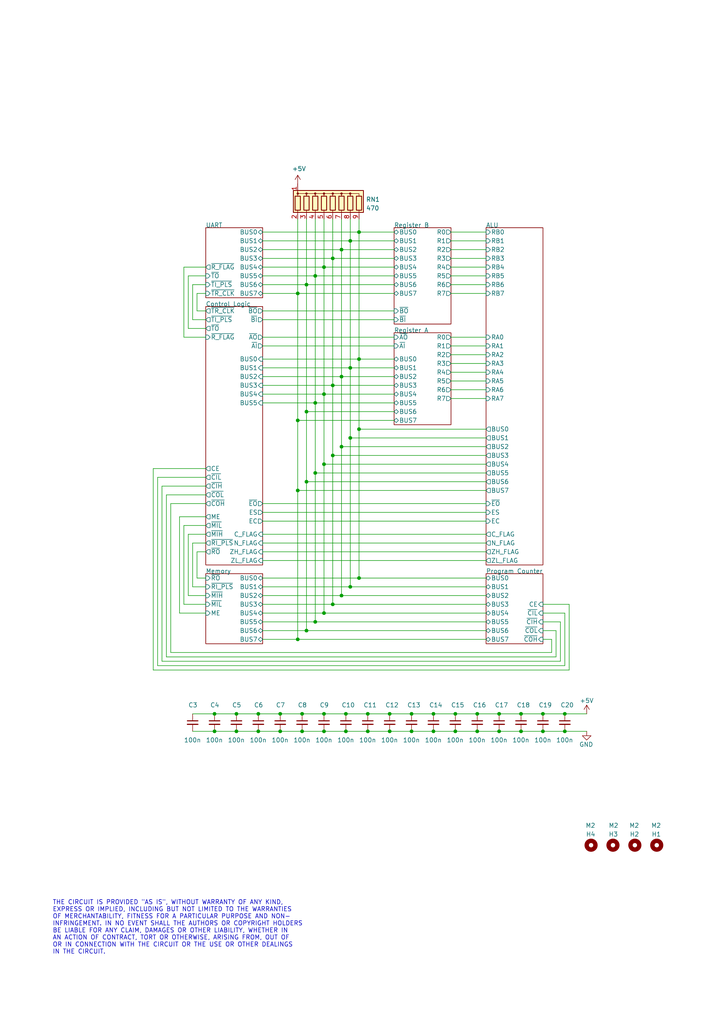
<source format=kicad_sch>
(kicad_sch (version 20250114) (generator "eeschema") (generator_version "9.0")
  (paper "A4" portrait)
  (title_block (title "Minimal UART Computer 3") (date "2025-12-30") (rev "3.3") (comment 2 "creativecommons.org/licenses/by-nc-sa/4.0/") (comment 3 "This work is licensed under CC BY-NC-SA 4.0") (comment 4 "Author: Carsten Herting (slu4)"))
  (lib_symbols
    (symbol "Device:C_Small" (pin_numbers (hide yes)) (pin_names (offset 0.254) (hide yes))
      (property "Reference" "C" (at 0.254 1.778 0))
      (property "Value" "C_Small" (at 0.254 -2.032 0))
      (symbol "C_Small_0_1"
        (polyline (pts (xy -1.524 0.508) (xy 1.524 0.508)) (stroke (width 0.3048)))
        (polyline (pts (xy -1.524 -0.508) (xy 1.524 -0.508)) (stroke (width 0.3302)))
      )
      (symbol "C_Small_1_1"
        (pin passive line (at 0 2.54 270) (length 2.032) (name "~") (number "1"))
        (pin passive line (at 0 -2.54 90) (length 2.032) (name "~") (number "2"))
      )
    )
    (symbol "Device:R_Network08" (pin_names (offset 0) (hide yes))
      (property "Reference" "RN" (at -12.7 0 90))
      (property "Value" "R_Network08" (at 10.16 0 90))
      (symbol "R_Network08_0_1"
        (rectangle (start -11.43 -3.175) (end 8.89 3.175) (stroke (width 0.254)) (fill (type background)))
        (rectangle (start -10.922 1.524) (end -9.398 -2.54) (stroke (width 0.254)))
        (circle (center -10.16 2.286) (radius 0.254) (fill (type outline)))
        (polyline (pts (xy -10.16 1.524) (xy -10.16 2.286) (xy -7.62 2.286) (xy -7.62 1.524)))
        (polyline (pts (xy -10.16 -2.54) (xy -10.16 -3.81)))
        (rectangle (start -8.382 1.524) (end -6.858 -2.54) (stroke (width 0.254)))
        (circle (center -7.62 2.286) (radius 0.254) (fill (type outline)))
        (polyline (pts (xy -7.62 1.524) (xy -7.62 2.286) (xy -5.08 2.286) (xy -5.08 1.524)))
        (polyline (pts (xy -7.62 -2.54) (xy -7.62 -3.81)))
        (rectangle (start -5.842 1.524) (end -4.318 -2.54) (stroke (width 0.254)))
        (circle (center -5.08 2.286) (radius 0.254) (fill (type outline)))
        (polyline (pts (xy -5.08 1.524) (xy -5.08 2.286) (xy -2.54 2.286) (xy -2.54 1.524)))
        (polyline (pts (xy -5.08 -2.54) (xy -5.08 -3.81)))
        (rectangle (start -3.302 1.524) (end -1.778 -2.54) (stroke (width 0.254)))
        (circle (center -2.54 2.286) (radius 0.254) (fill (type outline)))
        (polyline (pts (xy -2.54 1.524) (xy -2.54 2.286) (xy 0 2.286) (xy 0 1.524)))
        (polyline (pts (xy -2.54 -2.54) (xy -2.54 -3.81)))
        (rectangle (start -0.762 1.524) (end 0.762 -2.54) (stroke (width 0.254)))
        (circle (center 0 2.286) (radius 0.254) (fill (type outline)))
        (polyline (pts (xy 0 1.524) (xy 0 2.286) (xy 2.54 2.286) (xy 2.54 1.524)))
        (polyline (pts (xy 0 -2.54) (xy 0 -3.81)))
        (rectangle (start 1.778 1.524) (end 3.302 -2.54) (stroke (width 0.254)))
        (circle (center 2.54 2.286) (radius 0.254) (fill (type outline)))
        (polyline (pts (xy 2.54 1.524) (xy 2.54 2.286) (xy 5.08 2.286) (xy 5.08 1.524)))
        (polyline (pts (xy 2.54 -2.54) (xy 2.54 -3.81)))
        (rectangle (start 4.318 1.524) (end 5.842 -2.54) (stroke (width 0.254)))
        (circle (center 5.08 2.286) (radius 0.254) (fill (type outline)))
        (polyline (pts (xy 5.08 1.524) (xy 5.08 2.286) (xy 7.62 2.286) (xy 7.62 1.524)))
        (polyline (pts (xy 5.08 -2.54) (xy 5.08 -3.81)))
        (rectangle (start 6.858 1.524) (end 8.382 -2.54) (stroke (width 0.254)))
        (polyline (pts (xy 7.62 -2.54) (xy 7.62 -3.81)))
      )
      (symbol "R_Network08_1_1"
        (pin passive line (at -10.16 5.08 270) (length 2.54) (name "common") (number "1"))
        (pin passive line (at -10.16 -5.08 90) (length 1.27) (name "R1") (number "2"))
        (pin passive line (at -7.62 -5.08 90) (length 1.27) (name "R2") (number "3"))
        (pin passive line (at -5.08 -5.08 90) (length 1.27) (name "R3") (number "4"))
        (pin passive line (at -2.54 -5.08 90) (length 1.27) (name "R4") (number "5"))
        (pin passive line (at 0 -5.08 90) (length 1.27) (name "R5") (number "6"))
        (pin passive line (at 2.54 -5.08 90) (length 1.27) (name "R6") (number "7"))
        (pin passive line (at 5.08 -5.08 90) (length 1.27) (name "R7") (number "8"))
        (pin passive line (at 7.62 -5.08 90) (length 1.27) (name "R8") (number "9"))
      )
    )
    (symbol "Mechanical:MountingHole" (pin_names (offset 1.016)) (in_bom no)
      (property "Reference" "H" (at 0 5.08 0))
      (property "Value" "MountingHole" (at 0 3.175 0))
      (symbol "MountingHole_0_1"
        (circle (center 0 0) (radius 1.27) (stroke (width 1.27)))
      )
    )
    (symbol "power:+5V" (power) (pin_numbers (hide yes)) (pin_names (offset 0) (hide yes))
      (property "Value" "+5V" (at 0 3.556 0))
      (symbol "+5V_0_1"
        (polyline (pts (xy -0.762 1.27) (xy 0 2.54)))
        (polyline (pts (xy 0 2.54) (xy 0.762 1.27)))
        (polyline (pts (xy 0 0) (xy 0 2.54)))
      )
      (symbol "+5V_1_1"
        (pin power_in line (at 0 0 90) (length 0) (name "~") (number "1"))
      )
    )
    (symbol "power:GND" (power) (pin_numbers (hide yes)) (pin_names (offset 0) (hide yes))
      (property "Value" "GND" (at 0 -3.81 0))
      (symbol "GND_0_1"
        (polyline (pts (xy 0 0) (xy 0 -1.27) (xy 1.27 -1.27) (xy 0 -2.54) (xy -1.27 -1.27) (xy 0 -1.27)))
      )
      (symbol "GND_1_1"
        (pin power_in line (at 0 0 270) (length 0) (name "~") (number "1"))
      )
    )
  )
  (text "THE CIRCUIT IS PROVIDED \"AS IS\", WITHOUT WARRANTY OF ANY KIND,\nEXPRESS OR IMPLIED, INCLUDING BUT NOT LIMITED TO THE WARRANTIES\nOF MERCHANTABILITY, FITNESS FOR A PARTICULAR PURPOSE AND NON-\nINFRINGEMENT. IN NO EVENT SHALL THE AUTHORS OR COPYRIGHT HOLDERS\nBE LIABLE FOR ANY CLAIM, DAMAGES OR OTHER LIABILITY, WHETHER IN\nAN ACTION OF CONTRACT, TORT OR OTHERWISE, ARISING FROM, OUT OF\nOR IN CONNECTION WITH THE CIRCUIT OR THE USE OR OTHER DEALINGS\nIN THE CIRCUIT." (at 15.24 276.86 0) (effects (font (size 1.27 1.27)) (justify left bottom)))
  (junction (at 99.06 172.72))
  (junction (at 104.14 67.31))
  (junction (at 93.98 114.3))
  (junction (at 74.93 212.09))
  (junction (at 101.6 127))
  (junction (at 62.23 207.01))
  (junction (at 138.43 212.09))
  (junction (at 106.68 212.09))
  (junction (at 96.52 175.26))
  (junction (at 68.58 207.01))
  (junction (at 99.06 72.39))
  (junction (at 113.03 207.01))
  (junction (at 99.06 109.22))
  (junction (at 86.36 85.09))
  (junction (at 96.52 74.93))
  (junction (at 91.44 80.01))
  (junction (at 88.9 182.88))
  (junction (at 81.28 207.01))
  (junction (at 68.58 212.09))
  (junction (at 93.98 77.47))
  (junction (at 125.73 212.09))
  (junction (at 101.6 69.85))
  (junction (at 86.36 142.24))
  (junction (at 100.33 207.01))
  (junction (at 106.68 207.01))
  (junction (at 104.14 167.64))
  (junction (at 104.14 124.46))
  (junction (at 93.98 134.62))
  (junction (at 88.9 82.55))
  (junction (at 113.03 212.09))
  (junction (at 119.38 207.01))
  (junction (at 157.48 212.09))
  (junction (at 93.98 212.09))
  (junction (at 74.93 207.01))
  (junction (at 91.44 116.84))
  (junction (at 88.9 139.7))
  (junction (at 104.14 104.14))
  (junction (at 101.6 170.18))
  (junction (at 87.63 207.01))
  (junction (at 144.78 207.01))
  (junction (at 163.83 212.09))
  (junction (at 91.44 137.16))
  (junction (at 125.73 207.01))
  (junction (at 88.9 119.38))
  (junction (at 99.06 129.54))
  (junction (at 100.33 212.09))
  (junction (at 62.23 212.09))
  (junction (at 144.78 212.09))
  (junction (at 96.52 132.08))
  (junction (at 157.48 207.01))
  (junction (at 132.08 207.01))
  (junction (at 138.43 207.01))
  (junction (at 93.98 177.8))
  (junction (at 87.63 212.09))
  (junction (at 93.98 207.01))
  (junction (at 151.13 207.01))
  (junction (at 96.52 111.76))
  (junction (at 163.83 207.01))
  (junction (at 91.44 180.34))
  (junction (at 101.6 106.68))
  (junction (at 86.36 121.92))
  (junction (at 119.38 212.09))
  (junction (at 132.08 212.09))
  (junction (at 151.13 212.09))
  (junction (at 86.36 185.42))
  (junction (at 81.28 212.09))
  (wire (pts (xy 104.14 124.46) (xy 104.14 167.64)))
  (wire (pts (xy 86.36 121.92) (xy 86.36 142.24)))
  (wire (pts (xy 86.36 85.09) (xy 86.36 121.92)))
  (wire (pts (xy 76.2 170.18) (xy 101.6 170.18)))
  (wire (pts (xy 59.69 92.71) (xy 55.88 92.71)))
  (wire (pts (xy 140.97 85.09) (xy 130.81 85.09)))
  (wire (pts (xy 81.28 212.09) (xy 87.63 212.09)))
  (wire (pts (xy 101.6 63.5) (xy 101.6 69.85)))
  (wire (pts (xy 144.78 212.09) (xy 151.13 212.09)))
  (wire (pts (xy 59.69 90.17) (xy 57.15 90.17)))
  (wire (pts (xy 68.58 207.01) (xy 74.93 207.01)))
  (wire (pts (xy 44.45 194.31) (xy 165.1 194.31)))
  (wire (pts (xy 44.45 135.89) (xy 44.45 194.31)))
  (wire (pts (xy 96.52 175.26) (xy 140.97 175.26)))
  (wire (pts (xy 113.03 212.09) (xy 119.38 212.09)))
  (wire (pts (xy 54.61 80.01) (xy 54.61 95.25)))
  (wire (pts (xy 160.02 185.42) (xy 160.02 189.23)))
  (wire (pts (xy 130.81 110.49) (xy 140.97 110.49)))
  (wire (pts (xy 76.2 172.72) (xy 99.06 172.72)))
  (wire (pts (xy 62.23 212.09) (xy 68.58 212.09)))
  (wire (pts (xy 91.44 116.84) (xy 76.2 116.84)))
  (wire (pts (xy 132.08 212.09) (xy 138.43 212.09)))
  (wire (pts (xy 52.07 177.8) (xy 59.69 177.8)))
  (wire (pts (xy 62.23 207.01) (xy 68.58 207.01)))
  (wire (pts (xy 104.14 67.31) (xy 104.14 104.14)))
  (wire (pts (xy 99.06 109.22) (xy 114.3 109.22)))
  (wire (pts (xy 165.1 175.26) (xy 165.1 194.31)))
  (wire (pts (xy 163.83 212.09) (xy 170.18 212.09)))
  (wire (pts (xy 68.58 212.09) (xy 74.93 212.09)))
  (wire (pts (xy 76.2 90.17) (xy 114.3 90.17)))
  (wire (pts (xy 76.2 92.71) (xy 114.3 92.71)))
  (wire (pts (xy 104.14 124.46) (xy 140.97 124.46)))
  (wire (pts (xy 119.38 207.01) (xy 125.73 207.01)))
  (wire (pts (xy 101.6 127) (xy 101.6 170.18)))
  (wire (pts (xy 59.69 149.86) (xy 52.07 149.86)))
  (wire (pts (xy 86.36 142.24) (xy 86.36 185.42)))
  (wire (pts (xy 130.81 97.79) (xy 140.97 97.79)))
  (wire (pts (xy 96.52 111.76) (xy 96.52 132.08)))
  (wire (pts (xy 93.98 134.62) (xy 93.98 177.8)))
  (wire (pts (xy 53.34 97.79) (xy 59.69 97.79)))
  (wire (pts (xy 45.72 138.43) (xy 45.72 193.04)))
  (wire (pts (xy 99.06 63.5) (xy 99.06 72.39)))
  (wire (pts (xy 76.2 72.39) (xy 99.06 72.39)))
  (wire (pts (xy 130.81 105.41) (xy 140.97 105.41)))
  (wire (pts (xy 86.36 121.92) (xy 114.3 121.92)))
  (wire (pts (xy 59.69 160.02) (xy 57.15 160.02)))
  (wire (pts (xy 55.88 170.18) (xy 59.69 170.18)))
  (wire (pts (xy 74.93 207.01) (xy 81.28 207.01)))
  (wire (pts (xy 53.34 175.26) (xy 59.69 175.26)))
  (wire (pts (xy 151.13 207.01) (xy 157.48 207.01)))
  (wire (pts (xy 88.9 139.7) (xy 88.9 182.88)))
  (wire (pts (xy 54.61 172.72) (xy 54.61 154.94)))
  (wire (pts (xy 99.06 129.54) (xy 99.06 172.72)))
  (wire (pts (xy 53.34 77.47) (xy 59.69 77.47)))
  (wire (pts (xy 86.36 185.42) (xy 140.97 185.42)))
  (wire (pts (xy 163.83 207.01) (xy 170.18 207.01)))
  (wire (pts (xy 59.69 152.4) (xy 53.34 152.4)))
  (wire (pts (xy 74.93 212.09) (xy 81.28 212.09)))
  (wire (pts (xy 86.36 63.5) (xy 86.36 85.09)))
  (wire (pts (xy 157.48 207.01) (xy 163.83 207.01)))
  (wire (pts (xy 140.97 139.7) (xy 88.9 139.7)))
  (wire (pts (xy 76.2 180.34) (xy 91.44 180.34)))
  (wire (pts (xy 76.2 167.64) (xy 104.14 167.64)))
  (wire (pts (xy 93.98 77.47) (xy 93.98 114.3)))
  (wire (pts (xy 76.2 97.79) (xy 114.3 97.79)))
  (wire (pts (xy 76.2 104.14) (xy 104.14 104.14)))
  (wire (pts (xy 93.98 114.3) (xy 114.3 114.3)))
  (wire (pts (xy 53.34 152.4) (xy 53.34 175.26)))
  (wire (pts (xy 106.68 207.01) (xy 113.03 207.01)))
  (wire (pts (xy 140.97 100.33) (xy 130.81 100.33)))
  (wire (pts (xy 138.43 207.01) (xy 144.78 207.01)))
  (wire (pts (xy 96.52 111.76) (xy 76.2 111.76)))
  (wire (pts (xy 130.81 77.47) (xy 140.97 77.47)))
  (wire (pts (xy 161.29 182.88) (xy 161.29 190.5)))
  (wire (pts (xy 93.98 212.09) (xy 100.33 212.09)))
  (wire (pts (xy 96.52 132.08) (xy 140.97 132.08)))
  (wire (pts (xy 76.2 151.13) (xy 140.97 151.13)))
  (wire (pts (xy 76.2 77.47) (xy 93.98 77.47)))
  (wire (pts (xy 132.08 207.01) (xy 138.43 207.01)))
  (wire (pts (xy 76.2 160.02) (xy 140.97 160.02)))
  (wire (pts (xy 101.6 106.68) (xy 101.6 127)))
  (wire (pts (xy 91.44 80.01) (xy 91.44 116.84)))
  (wire (pts (xy 93.98 207.01) (xy 100.33 207.01)))
  (wire (pts (xy 140.97 74.93) (xy 130.81 74.93)))
  (wire (pts (xy 52.07 149.86) (xy 52.07 177.8)))
  (wire (pts (xy 104.14 63.5) (xy 104.14 67.31)))
  (wire (pts (xy 93.98 134.62) (xy 140.97 134.62)))
  (wire (pts (xy 101.6 69.85) (xy 101.6 106.68)))
  (wire (pts (xy 55.88 157.48) (xy 55.88 170.18)))
  (wire (pts (xy 91.44 180.34) (xy 140.97 180.34)))
  (wire (pts (xy 59.69 146.05) (xy 49.53 146.05)))
  (wire (pts (xy 48.26 190.5) (xy 161.29 190.5)))
  (wire (pts (xy 57.15 167.64) (xy 57.15 160.02)))
  (wire (pts (xy 88.9 82.55) (xy 88.9 119.38)))
  (wire (pts (xy 106.68 212.09) (xy 113.03 212.09)))
  (wire (pts (xy 96.52 63.5) (xy 96.52 74.93)))
  (wire (pts (xy 76.2 82.55) (xy 88.9 82.55)))
  (wire (pts (xy 76.2 148.59) (xy 140.97 148.59)))
  (wire (pts (xy 138.43 212.09) (xy 144.78 212.09)))
  (wire (pts (xy 151.13 212.09) (xy 157.48 212.09)))
  (wire (pts (xy 76.2 100.33) (xy 114.3 100.33)))
  (wire (pts (xy 87.63 212.09) (xy 93.98 212.09)))
  (wire (pts (xy 100.33 212.09) (xy 106.68 212.09)))
  (wire (pts (xy 114.3 69.85) (xy 101.6 69.85)))
  (wire (pts (xy 53.34 77.47) (xy 53.34 97.79)))
  (wire (pts (xy 57.15 90.17) (xy 57.15 85.09)))
  (wire (pts (xy 76.2 114.3) (xy 93.98 114.3)))
  (wire (pts (xy 54.61 95.25) (xy 59.69 95.25)))
  (wire (pts (xy 91.44 137.16) (xy 140.97 137.16)))
  (wire (pts (xy 55.88 212.09) (xy 62.23 212.09)))
  (wire (pts (xy 99.06 129.54) (xy 140.97 129.54)))
  (wire (pts (xy 101.6 170.18) (xy 140.97 170.18)))
  (wire (pts (xy 59.69 135.89) (xy 44.45 135.89)))
  (wire (pts (xy 119.38 212.09) (xy 125.73 212.09)))
  (wire (pts (xy 81.28 207.01) (xy 87.63 207.01)))
  (wire (pts (xy 163.83 177.8) (xy 163.83 193.04)))
  (wire (pts (xy 140.97 142.24) (xy 86.36 142.24)))
  (wire (pts (xy 59.69 154.94) (xy 54.61 154.94)))
  (wire (pts (xy 57.15 167.64) (xy 59.69 167.64)))
  (wire (pts (xy 157.48 180.34) (xy 162.56 180.34)))
  (wire (pts (xy 96.52 74.93) (xy 96.52 111.76)))
  (wire (pts (xy 130.81 72.39) (xy 140.97 72.39)))
  (wire (pts (xy 162.56 180.34) (xy 162.56 191.77)))
  (wire (pts (xy 99.06 109.22) (xy 99.06 129.54)))
  (wire (pts (xy 93.98 63.5) (xy 93.98 77.47)))
  (wire (pts (xy 130.81 115.57) (xy 140.97 115.57)))
  (wire (pts (xy 93.98 114.3) (xy 93.98 134.62)))
  (wire (pts (xy 91.44 116.84) (xy 91.44 137.16)))
  (wire (pts (xy 99.06 72.39) (xy 99.06 109.22)))
  (wire (pts (xy 88.9 119.38) (xy 88.9 139.7)))
  (wire (pts (xy 76.2 177.8) (xy 93.98 177.8)))
  (wire (pts (xy 88.9 63.5) (xy 88.9 82.55)))
  (wire (pts (xy 48.26 143.51) (xy 59.69 143.51)))
  (wire (pts (xy 55.88 207.01) (xy 62.23 207.01)))
  (wire (pts (xy 160.02 185.42) (xy 157.48 185.42)))
  (wire (pts (xy 57.15 85.09) (xy 59.69 85.09)))
  (wire (pts (xy 96.52 132.08) (xy 96.52 175.26)))
  (wire (pts (xy 140.97 162.56) (xy 76.2 162.56)))
  (wire (pts (xy 76.2 175.26) (xy 96.52 175.26)))
  (wire (pts (xy 157.48 212.09) (xy 163.83 212.09)))
  (wire (pts (xy 93.98 177.8) (xy 140.97 177.8)))
  (wire (pts (xy 130.81 69.85) (xy 140.97 69.85)))
  (wire (pts (xy 59.69 80.01) (xy 54.61 80.01)))
  (wire (pts (xy 104.14 167.64) (xy 140.97 167.64)))
  (wire (pts (xy 101.6 106.68) (xy 76.2 106.68)))
  (wire (pts (xy 163.83 193.04) (xy 45.72 193.04)))
  (wire (pts (xy 130.81 113.03) (xy 140.97 113.03)))
  (wire (pts (xy 140.97 127) (xy 101.6 127)))
  (wire (pts (xy 55.88 157.48) (xy 59.69 157.48)))
  (wire (pts (xy 130.81 82.55) (xy 140.97 82.55)))
  (wire (pts (xy 162.56 191.77) (xy 46.99 191.77)))
  (wire (pts (xy 76.2 69.85) (xy 101.6 69.85)))
  (wire (pts (xy 144.78 207.01) (xy 151.13 207.01)))
  (wire (pts (xy 55.88 82.55) (xy 59.69 82.55)))
  (wire (pts (xy 91.44 80.01) (xy 114.3 80.01)))
  (wire (pts (xy 88.9 119.38) (xy 114.3 119.38)))
  (wire (pts (xy 99.06 172.72) (xy 140.97 172.72)))
  (wire (pts (xy 76.2 182.88) (xy 88.9 182.88)))
  (wire (pts (xy 160.02 189.23) (xy 49.53 189.23)))
  (wire (pts (xy 114.3 77.47) (xy 93.98 77.47)))
  (wire (pts (xy 91.44 137.16) (xy 91.44 180.34)))
  (wire (pts (xy 125.73 207.01) (xy 132.08 207.01)))
  (wire (pts (xy 125.73 212.09) (xy 132.08 212.09)))
  (wire (pts (xy 91.44 116.84) (xy 114.3 116.84)))
  (wire (pts (xy 130.81 107.95) (xy 140.97 107.95)))
  (wire (pts (xy 46.99 140.97) (xy 46.99 191.77)))
  (wire (pts (xy 101.6 106.68) (xy 114.3 106.68)))
  (wire (pts (xy 114.3 85.09) (xy 86.36 85.09)))
  (wire (pts (xy 76.2 85.09) (xy 86.36 85.09)))
  (wire (pts (xy 76.2 109.22) (xy 99.06 109.22)))
  (wire (pts (xy 140.97 154.94) (xy 76.2 154.94)))
  (wire (pts (xy 76.2 67.31) (xy 104.14 67.31)))
  (wire (pts (xy 114.3 72.39) (xy 99.06 72.39)))
  (wire (pts (xy 161.29 182.88) (xy 157.48 182.88)))
  (wire (pts (xy 140.97 157.48) (xy 76.2 157.48)))
  (wire (pts (xy 49.53 146.05) (xy 49.53 189.23)))
  (wire (pts (xy 48.26 143.51) (xy 48.26 190.5)))
  (wire (pts (xy 76.2 146.05) (xy 140.97 146.05)))
  (wire (pts (xy 140.97 80.01) (xy 130.81 80.01)))
  (wire (pts (xy 76.2 185.42) (xy 86.36 185.42)))
  (wire (pts (xy 76.2 80.01) (xy 91.44 80.01)))
  (wire (pts (xy 59.69 138.43) (xy 45.72 138.43)))
  (wire (pts (xy 96.52 111.76) (xy 114.3 111.76)))
  (wire (pts (xy 157.48 175.26) (xy 165.1 175.26)))
  (wire (pts (xy 130.81 102.87) (xy 140.97 102.87)))
  (wire (pts (xy 104.14 104.14) (xy 104.14 124.46)))
  (wire (pts (xy 54.61 172.72) (xy 59.69 172.72)))
  (wire (pts (xy 88.9 182.88) (xy 140.97 182.88)))
  (wire (pts (xy 76.2 74.93) (xy 96.52 74.93)))
  (wire (pts (xy 91.44 63.5) (xy 91.44 80.01)))
  (wire (pts (xy 100.33 207.01) (xy 106.68 207.01)))
  (wire (pts (xy 114.3 67.31) (xy 104.14 67.31)))
  (wire (pts (xy 157.48 177.8) (xy 163.83 177.8)))
  (wire (pts (xy 59.69 140.97) (xy 46.99 140.97)))
  (wire (pts (xy 104.14 104.14) (xy 114.3 104.14)))
  (wire (pts (xy 96.52 74.93) (xy 114.3 74.93)))
  (wire (pts (xy 113.03 207.01) (xy 119.38 207.01)))
  (wire (pts (xy 87.63 207.01) (xy 93.98 207.01)))
  (wire (pts (xy 130.81 67.31) (xy 140.97 67.31)))
  (wire (pts (xy 55.88 82.55) (xy 55.88 92.71)))
  (wire (pts (xy 114.3 82.55) (xy 88.9 82.55)))
  (symbol (lib_id "Mechanical:MountingHole") (at 184.15 245.11 270) (unit 1)
    (property "Reference" "H2" (at 185.42 241.9319 90) (effects (justify right)))
    (property "Value" "M2" (at 185.42 239.395 90) (effects (justify right)))
    (property "Footprint" "MountingHole:MountingHole_2.2mm_M2" (effects (hide yes)))
    (property "Description" "Mounting Hole without connection" (effects (hide yes)))
  )
  (symbol (lib_id "Device:C_Small") (at 74.93 209.55 0) (unit 1)
    (property "Reference" "C6" (at 73.66 204.47 0) (effects (justify left)))
    (property "Value" "100n" (at 72.39 214.63 0) (effects (justify left)))
    (property "Footprint" "Capacitor_THT:C_Disc_D3.0mm_W2.0mm_P2.50mm" (effects (hide yes)))
    (property "Description" "Unpolarized capacitor, small symbol" (effects (hide yes)))
  )
  (symbol (lib_id "Mechanical:MountingHole") (at 190.5 245.11 270) (unit 1)
    (property "Reference" "H1" (at 191.77 241.9319 90) (effects (justify right)))
    (property "Value" "M2" (at 191.77 239.395 90) (effects (justify right)))
    (property "Footprint" "MountingHole:MountingHole_2.2mm_M2" (effects (hide yes)))
    (property "Description" "Mounting Hole without connection" (effects (hide yes)))
  )
  (symbol (lib_id "Device:R_Network08") (at 96.52 58.42 0) (unit 1)
    (property "Reference" "RN1" (at 106.172 57.8393 0) (effects (justify left)))
    (property "Value" "470" (at 106.172 60.3762 0) (effects (justify left)))
    (property "Footprint" "Resistor_THT:R_Array_SIP9" (effects (hide yes)))
    (property "Datasheet" "http://www.vishay.com/docs/31509/csc.pdf" (effects (hide yes)))
    (property "Description" "8 resistor network, star topology, bussed resistors, small symbol" (effects (hide yes)))
  )
  (symbol (lib_id "Device:C_Small") (at 125.73 209.55 0) (unit 1)
    (property "Reference" "C14" (at 124.46 204.47 0) (effects (justify left)))
    (property "Value" "100n" (at 123.19 214.63 0) (effects (justify left)))
    (property "Footprint" "Capacitor_THT:C_Disc_D3.0mm_W2.0mm_P2.50mm" (effects (hide yes)))
    (property "Description" "Unpolarized capacitor, small symbol" (effects (hide yes)))
  )
  (symbol (lib_id "Device:C_Small") (at 93.98 209.55 0) (unit 1)
    (property "Reference" "C9" (at 92.71 204.47 0) (effects (justify left)))
    (property "Value" "100n" (at 91.44 214.63 0) (effects (justify left)))
    (property "Footprint" "Capacitor_THT:C_Disc_D3.0mm_W2.0mm_P2.50mm" (effects (hide yes)))
    (property "Description" "Unpolarized capacitor, small symbol" (effects (hide yes)))
  )
  (symbol (lib_id "power:GND") (at 170.18 212.09 0) (unit 1)
    (property "Reference" "#PWR0146" (effects (hide yes)))
    (property "Value" "GND" (at 172.085 215.9 0) (effects (justify right)))
    (property "Description" "Power symbol creates a global label with name \"GND\" , ground" (effects (hide yes)))
  )
  (symbol (lib_id "Device:C_Small") (at 163.83 209.55 0) (unit 1)
    (property "Reference" "C20" (at 162.56 204.47 0) (effects (justify left)))
    (property "Value" "100n" (at 161.29 214.63 0) (effects (justify left)))
    (property "Footprint" "Capacitor_THT:C_Disc_D3.0mm_W2.0mm_P2.50mm" (effects (hide yes)))
    (property "Description" "Unpolarized capacitor, small symbol" (effects (hide yes)))
  )
  (symbol (lib_id "Device:C_Small") (at 106.68 209.55 0) (unit 1)
    (property "Reference" "C11" (at 105.41 204.47 0) (effects (justify left)))
    (property "Value" "100n" (at 104.14 214.63 0) (effects (justify left)))
    (property "Footprint" "Capacitor_THT:C_Disc_D3.0mm_W2.0mm_P2.50mm" (effects (hide yes)))
    (property "Description" "Unpolarized capacitor, small symbol" (effects (hide yes)))
  )
  (symbol (lib_id "Device:C_Small") (at 81.28 209.55 0) (unit 1)
    (property "Reference" "C7" (at 80.01 204.47 0) (effects (justify left)))
    (property "Value" "100n" (at 78.74 214.63 0) (effects (justify left)))
    (property "Footprint" "Capacitor_THT:C_Disc_D3.0mm_W2.0mm_P2.50mm" (effects (hide yes)))
    (property "Description" "Unpolarized capacitor, small symbol" (effects (hide yes)))
  )
  (symbol (lib_id "Device:C_Small") (at 100.33 209.55 0) (unit 1)
    (property "Reference" "C10" (at 99.06 204.47 0) (effects (justify left)))
    (property "Value" "100n" (at 97.79 214.63 0) (effects (justify left)))
    (property "Footprint" "Capacitor_THT:C_Disc_D3.0mm_W2.0mm_P2.50mm" (effects (hide yes)))
    (property "Description" "Unpolarized capacitor, small symbol" (effects (hide yes)))
  )
  (symbol (lib_id "Device:C_Small") (at 151.13 209.55 0) (unit 1)
    (property "Reference" "C18" (at 149.86 204.47 0) (effects (justify left)))
    (property "Value" "100n" (at 148.59 214.63 0) (effects (justify left)))
    (property "Footprint" "Capacitor_THT:C_Disc_D3.0mm_W2.0mm_P2.50mm" (effects (hide yes)))
    (property "Description" "Unpolarized capacitor, small symbol" (effects (hide yes)))
  )
  (symbol (lib_id "Device:C_Small") (at 157.48 209.55 0) (unit 1)
    (property "Reference" "C19" (at 156.21 204.47 0) (effects (justify left)))
    (property "Value" "100n" (at 154.94 214.63 0) (effects (justify left)))
    (property "Footprint" "Capacitor_THT:C_Disc_D3.0mm_W2.0mm_P2.50mm" (effects (hide yes)))
    (property "Description" "Unpolarized capacitor, small symbol" (effects (hide yes)))
  )
  (symbol (lib_id "Device:C_Small") (at 68.58 209.55 0) (unit 1)
    (property "Reference" "C5" (at 67.31 204.47 0) (effects (justify left)))
    (property "Value" "100n" (at 66.04 214.63 0) (effects (justify left)))
    (property "Footprint" "Capacitor_THT:C_Disc_D3.0mm_W2.0mm_P2.50mm" (effects (hide yes)))
    (property "Description" "Unpolarized capacitor, small symbol" (effects (hide yes)))
  )
  (symbol (lib_id "Device:C_Small") (at 113.03 209.55 0) (unit 1)
    (property "Reference" "C12" (at 111.76 204.47 0) (effects (justify left)))
    (property "Value" "100n" (at 110.49 214.63 0) (effects (justify left)))
    (property "Footprint" "Capacitor_THT:C_Disc_D3.0mm_W2.0mm_P2.50mm" (effects (hide yes)))
    (property "Description" "Unpolarized capacitor, small symbol" (effects (hide yes)))
  )
  (symbol (lib_id "power:+5V") (at 170.18 207.01 0) (unit 1)
    (property "Reference" "#PWR0145" (effects (hide yes)))
    (property "Value" "+5V" (at 170.18 203.2 0))
    (property "Description" "Power symbol creates a global label with name \"+5V\"" (effects (hide yes)))
  )
  (symbol (lib_id "Device:C_Small") (at 119.38 209.55 0) (unit 1)
    (property "Reference" "C13" (at 118.11 204.47 0) (effects (justify left)))
    (property "Value" "100n" (at 116.84 214.63 0) (effects (justify left)))
    (property "Footprint" "Capacitor_THT:C_Disc_D3.0mm_W2.0mm_P2.50mm" (effects (hide yes)))
    (property "Description" "Unpolarized capacitor, small symbol" (effects (hide yes)))
  )
  (symbol (lib_id "Device:C_Small") (at 144.78 209.55 0) (unit 1)
    (property "Reference" "C17" (at 143.51 204.47 0) (effects (justify left)))
    (property "Value" "100n" (at 142.24 214.63 0) (effects (justify left)))
    (property "Footprint" "Capacitor_THT:C_Disc_D3.0mm_W2.0mm_P2.50mm" (effects (hide yes)))
    (property "Description" "Unpolarized capacitor, small symbol" (effects (hide yes)))
  )
  (symbol (lib_id "Device:C_Small") (at 138.43 209.55 0) (unit 1)
    (property "Reference" "C16" (at 137.16 204.47 0) (effects (justify left)))
    (property "Value" "100n" (at 135.89 214.63 0) (effects (justify left)))
    (property "Footprint" "Capacitor_THT:C_Disc_D3.0mm_W2.0mm_P2.50mm" (effects (hide yes)))
    (property "Description" "Unpolarized capacitor, small symbol" (effects (hide yes)))
  )
  (symbol (lib_id "Device:C_Small") (at 55.88 209.55 0) (unit 1)
    (property "Reference" "C3" (at 54.61 204.47 0) (effects (justify left)))
    (property "Value" "100n" (at 53.34 214.63 0) (effects (justify left)))
    (property "Footprint" "Capacitor_THT:C_Disc_D3.0mm_W2.0mm_P2.50mm" (effects (hide yes)))
    (property "Description" "Unpolarized capacitor, small symbol" (effects (hide yes)))
  )
  (symbol (lib_id "Device:C_Small") (at 132.08 209.55 0) (unit 1)
    (property "Reference" "C15" (at 130.81 204.47 0) (effects (justify left)))
    (property "Value" "100n" (at 129.54 214.63 0) (effects (justify left)))
    (property "Footprint" "Capacitor_THT:C_Disc_D3.0mm_W2.0mm_P2.50mm" (effects (hide yes)))
    (property "Description" "Unpolarized capacitor, small symbol" (effects (hide yes)))
  )
  (symbol (lib_id "Device:C_Small") (at 62.23 209.55 0) (unit 1)
    (property "Reference" "C4" (at 60.96 204.47 0) (effects (justify left)))
    (property "Value" "100n" (at 59.69 214.63 0) (effects (justify left)))
    (property "Footprint" "Capacitor_THT:C_Disc_D3.0mm_W2.0mm_P2.50mm" (effects (hide yes)))
    (property "Description" "Unpolarized capacitor, small symbol" (effects (hide yes)))
  )
  (symbol (lib_id "Device:C_Small") (at 87.63 209.55 0) (unit 1)
    (property "Reference" "C8" (at 86.36 204.47 0) (effects (justify left)))
    (property "Value" "100n" (at 85.09 214.63 0) (effects (justify left)))
    (property "Footprint" "Capacitor_THT:C_Disc_D3.0mm_W2.0mm_P2.50mm" (effects (hide yes)))
    (property "Description" "Unpolarized capacitor, small symbol" (effects (hide yes)))
  )
  (symbol (lib_id "Mechanical:MountingHole") (at 177.8 245.11 0) (unit 1)
    (property "Reference" "H3" (at 176.53 241.9319 0) (effects (justify left)))
    (property "Value" "M2" (at 176.53 239.395 0) (effects (justify left)))
    (property "Footprint" "MountingHole:MountingHole_2.2mm_M2" (effects (hide yes)))
    (property "Description" "Mounting Hole without connection" (effects (hide yes)))
  )
  (symbol (lib_id "power:+5V") (at 86.36 53.34 0) (unit 1)
    (property "Reference" "#PWR01" (effects (hide yes)))
    (property "Value" "+5V" (at 86.741 48.9458 0))
    (property "Description" "Power symbol creates a global label with name \"+5V\"" (effects (hide yes)))
  )
  (symbol (lib_id "Mechanical:MountingHole") (at 171.45 245.11 270) (unit 1)
    (property "Reference" "H4" (at 172.72 241.935 90) (effects (justify right)))
    (property "Value" "M2" (at 172.72 239.3981 90) (effects (justify right)))
    (property "Footprint" "MountingHole:MountingHole_2.2mm_M2" (effects (hide yes)))
    (property "Description" "Mounting Hole without connection" (effects (hide yes)))
  )
  (sheet (at 140.97 166.37) (size 16.51 20.32)
    (property "Sheetname" "Program Counter" (at 140.97 166.37 0) (effects (justify left bottom)))
    (property "Sheetfile" "PC.kicad_sch" (effects (hide yes)))
    (pin "CE" input (at 157.48 175.26 0))
    (pin "~{CIL}" input (at 157.48 177.8 0))
    (pin "~{CIH}" input (at 157.48 180.34 0))
    (pin "~{COH}" input (at 157.48 185.42 0))
    (pin "~{COL}" input (at 157.48 182.88 0))
    (pin "BUS3" tri_state (at 140.97 175.26 180))
    (pin "BUS1" tri_state (at 140.97 170.18 180))
    (pin "BUS0" tri_state (at 140.97 167.64 180))
    (pin "BUS2" tri_state (at 140.97 172.72 180))
    (pin "BUS4" tri_state (at 140.97 177.8 180))
    (pin "BUS6" tri_state (at 140.97 182.88 180))
    (pin "BUS7" tri_state (at 140.97 185.42 180))
    (pin "BUS5" tri_state (at 140.97 180.34 180))
  )
  (sheet (at 114.3 96.52) (size 16.51 26.67)
    (property "Sheetname" "Register A" (at 114.3 96.52 0) (effects (justify left bottom)))
    (property "Sheetfile" "RegA.kicad_sch" (effects (hide yes)))
    (pin "BUS0" bidirectional (at 114.3 104.14 180))
    (pin "BUS1" bidirectional (at 114.3 106.68 180))
    (pin "BUS2" bidirectional (at 114.3 109.22 180))
    (pin "BUS3" bidirectional (at 114.3 111.76 180))
    (pin "BUS4" bidirectional (at 114.3 114.3 180))
    (pin "BUS5" bidirectional (at 114.3 116.84 180))
    (pin "BUS6" bidirectional (at 114.3 119.38 180))
    (pin "BUS7" bidirectional (at 114.3 121.92 180))
    (pin "~{AI}" input (at 114.3 100.33 180))
    (pin "~{AO}" input (at 114.3 97.79 180))
    (pin "R0" output (at 130.81 97.79 0))
    (pin "R1" output (at 130.81 100.33 0))
    (pin "R2" output (at 130.81 102.87 0))
    (pin "R3" output (at 130.81 105.41 0))
    (pin "R4" output (at 130.81 107.95 0))
    (pin "R5" output (at 130.81 110.49 0))
    (pin "R6" output (at 130.81 113.03 0))
    (pin "R7" output (at 130.81 115.57 0))
  )
  (sheet (at 59.69 88.9) (size 16.51 74.93)
    (property "Sheetname" "Control Logic" (at 59.69 88.9 0) (effects (justify left bottom)))
    (property "Sheetfile" "IR.kicad_sch" (effects (hide yes)))
    (pin "BUS0" input (at 76.2 104.14 0))
    (pin "BUS1" input (at 76.2 106.68 0))
    (pin "BUS2" input (at 76.2 109.22 0))
    (pin "BUS3" input (at 76.2 111.76 0))
    (pin "BUS4" input (at 76.2 114.3 0))
    (pin "BUS5" input (at 76.2 116.84 0))
    (pin "~{AI}" output (at 76.2 100.33 0))
    (pin "~{AO}" output (at 76.2 97.79 0))
    (pin "~{BI}" output (at 76.2 92.71 0))
    (pin "~{BO}" output (at 76.2 90.17 0))
    (pin "~{EO}" output (at 76.2 146.05 0))
    (pin "ES" output (at 76.2 148.59 0))
    (pin "EC" output (at 76.2 151.13 0))
    (pin "~{RO}" output (at 59.69 160.02 180))
    (pin "C_FLAG" input (at 76.2 154.94 0))
    (pin "~{TI_PLS}" output (at 59.69 92.71 180))
    (pin "~{TO}" output (at 59.69 95.25 180))
    (pin "~{R_FLAG}" input (at 59.69 97.79 180))
    (pin "N_FLAG" input (at 76.2 157.48 0))
    (pin "~{MIL}" output (at 59.69 152.4 180))
    (pin "~{MIH}" output (at 59.69 154.94 180))
    (pin "~{CIL}" output (at 59.69 138.43 180))
    (pin "~{CIH}" output (at 59.69 140.97 180))
    (pin "CE" output (at 59.69 135.89 180))
    (pin "ME" output (at 59.69 149.86 180))
    (pin "~{COL}" output (at 59.69 143.51 180))
    (pin "~{COH}" output (at 59.69 146.05 180))
    (pin "ZH_FLAG" input (at 76.2 160.02 0))
    (pin "~{RI_PLS}" output (at 59.69 157.48 180))
    (pin "ZL_FLAG" input (at 76.2 162.56 0))
    (pin "~{TR_CLK}" output (at 59.69 90.17 180))
  )
  (sheet (at 59.69 166.37) (size 16.51 20.32)
    (property "Sheetname" "Memory" (at 59.69 166.37 0) (effects (justify left bottom)))
    (property "Sheetfile" "RAM.kicad_sch" (effects (hide yes)))
    (pin "BUS0" bidirectional (at 76.2 167.64 0))
    (pin "BUS1" bidirectional (at 76.2 170.18 0))
    (pin "BUS2" bidirectional (at 76.2 172.72 0))
    (pin "BUS3" bidirectional (at 76.2 175.26 0))
    (pin "BUS4" bidirectional (at 76.2 177.8 0))
    (pin "BUS5" bidirectional (at 76.2 180.34 0))
    (pin "BUS6" bidirectional (at 76.2 182.88 0))
    (pin "BUS7" bidirectional (at 76.2 185.42 0))
    (pin "~{RO}" input (at 59.69 167.64 180))
    (pin "ME" input (at 59.69 177.8 180))
    (pin "~{MIH}" input (at 59.69 172.72 180))
    (pin "~{MIL}" input (at 59.69 175.26 180))
    (pin "~{RI_PLS}" input (at 59.69 170.18 180))
  )
  (sheet (at 140.97 66.04) (size 16.51 97.79)
    (property "Sheetname" "ALU" (at 140.97 66.04 0) (effects (justify left bottom)))
    (property "Sheetfile" "ALU.kicad_sch" (effects (hide yes)))
    (pin "BUS0" output (at 140.97 124.46 180))
    (pin "BUS1" output (at 140.97 127 180))
    (pin "BUS2" output (at 140.97 129.54 180))
    (pin "BUS3" output (at 140.97 132.08 180))
    (pin "BUS4" output (at 140.97 134.62 180))
    (pin "BUS5" output (at 140.97 137.16 180))
    (pin "BUS6" output (at 140.97 139.7 180))
    (pin "BUS7" output (at 140.97 142.24 180))
    (pin "RA0" input (at 140.97 97.79 180))
    (pin "RA1" input (at 140.97 100.33 180))
    (pin "RA2" input (at 140.97 102.87 180))
    (pin "RA3" input (at 140.97 105.41 180))
    (pin "RA4" input (at 140.97 107.95 180))
    (pin "RA5" input (at 140.97 110.49 180))
    (pin "RA6" input (at 140.97 113.03 180))
    (pin "RA7" input (at 140.97 115.57 180))
    (pin "RB0" input (at 140.97 67.31 180))
    (pin "RB1" input (at 140.97 69.85 180))
    (pin "RB2" input (at 140.97 72.39 180))
    (pin "RB3" input (at 140.97 74.93 180))
    (pin "RB4" input (at 140.97 77.47 180))
    (pin "RB5" input (at 140.97 80.01 180))
    (pin "RB6" input (at 140.97 82.55 180))
    (pin "RB7" input (at 140.97 85.09 180))
    (pin "~{EO}" input (at 140.97 146.05 180))
    (pin "ES" input (at 140.97 148.59 180))
    (pin "EC" input (at 140.97 151.13 180))
    (pin "C_FLAG" output (at 140.97 154.94 180))
    (pin "N_FLAG" output (at 140.97 157.48 180))
    (pin "ZH_FLAG" output (at 140.97 160.02 180))
    (pin "ZL_FLAG" output (at 140.97 162.56 180))
  )
  (sheet (at 114.3 66.04) (size 16.51 27.94)
    (property "Sheetname" "Register B" (at 114.3 66.04 0) (effects (justify left bottom)))
    (property "Sheetfile" "RegB.kicad_sch" (effects (hide yes)))
    (pin "BUS0" bidirectional (at 114.3 67.31 180))
    (pin "BUS1" bidirectional (at 114.3 69.85 180))
    (pin "BUS2" bidirectional (at 114.3 72.39 180))
    (pin "BUS3" bidirectional (at 114.3 74.93 180))
    (pin "BUS4" bidirectional (at 114.3 77.47 180))
    (pin "BUS5" bidirectional (at 114.3 80.01 180))
    (pin "BUS6" bidirectional (at 114.3 82.55 180))
    (pin "BUS7" bidirectional (at 114.3 85.09 180))
    (pin "~{BI}" input (at 114.3 92.71 180))
    (pin "~{BO}" input (at 114.3 90.17 180))
    (pin "R0" output (at 130.81 67.31 0))
    (pin "R1" output (at 130.81 69.85 0))
    (pin "R2" output (at 130.81 72.39 0))
    (pin "R3" output (at 130.81 74.93 0))
    (pin "R4" output (at 130.81 77.47 0))
    (pin "R5" output (at 130.81 80.01 0))
    (pin "R6" output (at 130.81 82.55 0))
    (pin "R7" output (at 130.81 85.09 0))
  )
  (sheet (at 59.69 66.04) (size 16.51 20.32)
    (property "Sheetname" "UART" (at 59.69 66.04 0) (effects (justify left bottom)))
    (property "Sheetfile" "UART_RX.kicad_sch" (effects (hide yes)))
    (pin "BUS0" bidirectional (at 76.2 67.31 0))
    (pin "BUS1" bidirectional (at 76.2 69.85 0))
    (pin "BUS2" bidirectional (at 76.2 72.39 0))
    (pin "BUS3" bidirectional (at 76.2 74.93 0))
    (pin "BUS4" bidirectional (at 76.2 77.47 0))
    (pin "BUS5" bidirectional (at 76.2 80.01 0))
    (pin "BUS6" bidirectional (at 76.2 82.55 0))
    (pin "BUS7" bidirectional (at 76.2 85.09 0))
    (pin "~{TO}" input (at 59.69 80.01 180))
    (pin "~{R_FLAG}" output (at 59.69 77.47 180))
    (pin "~{TI_PLS}" input (at 59.69 82.55 180))
    (pin "~{TR_CLK}" input (at 59.69 85.09 180))
  )
)
</source>
